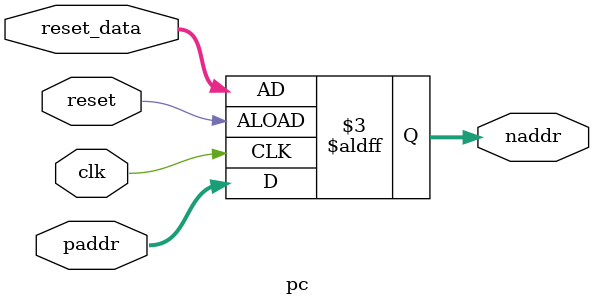
<source format=v>
`timescale 1ns / 1ps


module pc(
input clk,
input [31:0]paddr,
input reset,
input [31:0]reset_data,
output reg [31:0]naddr
    );
always@(posedge clk,posedge reset)
    begin
        if(reset==0)
 //           naddr<=(paddr>>2);
            naddr<=(paddr);
        else naddr<=reset_data;
   end
endmodule

</source>
